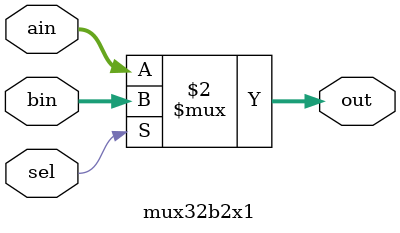
<source format=v>
module mux32b2x1 (
    input [63:0] ain,       // 34-bit Input 0
    input [63:0] bin,       // 34-bit Input 1
    input sel,              // 1-bit Select signal
    output [63:0] out       // 34-bit Output
);
    assign out = (sel == 1'b0) ? ain : bin; // Select between ain and bin based on sel
endmodule

</source>
